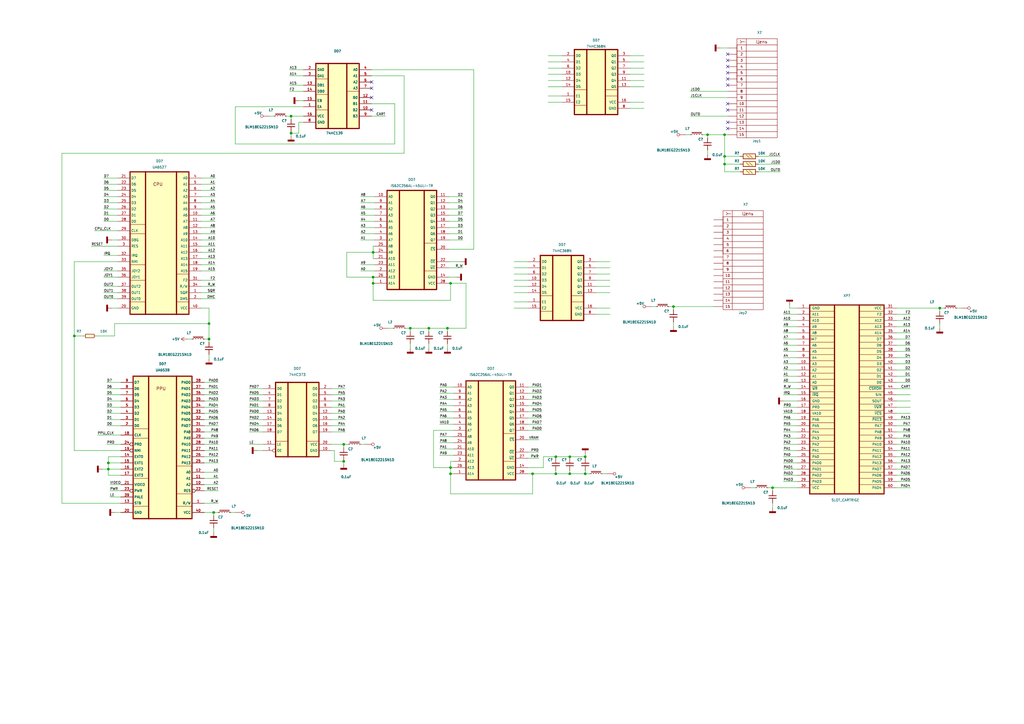
<source format=kicad_sch>
(kicad_sch (version 20211123) (generator eeschema)
  (paper "A3")
  (junction (at 44.45 189.865))
  (junction (at 44.45 192.405))
  (junction (at 119.38 54.61))
  (junction (at 184.785 194.31))
  (junction (at 316.865 200.025))
  (junction (at 276.225 125.73))
  (junction (at 290.195 55.245))
  (junction (at 233.68 194.31))
  (junction (at 153.035 103.505))
  (junction (at 233.68 187.325))
  (junction (at 175.895 134.62))
  (junction (at 153.035 116.205))
  (junction (at 385.445 126.365))
  (junction (at 184.785 116.205))
  (junction (at 140.97 182.245))
  (junction (at 240.03 187.325))
  (junction (at 227.965 187.325))
  (junction (at 297.18 55.245))
  (junction (at 184.785 191.77))
  (junction (at 87.63 210.185))
  (junction (at 227.965 194.31))
  (junction (at 218.44 194.31))
  (junction (at 297.18 67.31))
  (junction (at 140.97 189.23))
  (junction (at 168.275 134.62))
  (junction (at 153.035 113.665))
  (junction (at 297.18 64.135))
  (junction (at 119.38 47.625))
  (junction (at 85.725 139.065))
  (junction (at 85.725 132.715))
  (junction (at 183.515 134.62))
  (junction (at 240.03 194.31))
  (junction (at 30.48 137.795))
  (no_connect (at 298.45 29.845))
  (no_connect (at 298.45 22.225))
  (no_connect (at 298.45 45.085))
  (no_connect (at 298.45 24.765))
  (no_connect (at 298.45 50.165))
  (no_connect (at 298.45 42.545))
  (no_connect (at 298.45 27.305))
  (no_connect (at 152.4 40.005))
  (no_connect (at 152.4 36.195))
  (no_connect (at 152.4 33.655))
  (no_connect (at 152.4 45.085))
  (no_connect (at 298.45 52.705))
  (no_connect (at 298.45 34.925))
  (no_connect (at 298.45 32.385))
  (wire (pts (xy 327.025 128.905) (xy 321.31 128.905)))
  (wire (pts (xy 43.815 169.545) (xy 49.53 169.545)))
  (wire (pts (xy 153.035 106.045) (xy 153.67 106.045)))
  (wire (pts (xy 288.29 55.245) (xy 290.195 55.245)))
  (wire (pts (xy 119.38 47.625) (xy 124.46 47.625)))
  (wire (pts (xy 385.445 132.715) (xy 385.445 134.62)))
  (wire (pts (xy 83.82 169.545) (xy 89.535 169.545)))
  (wire (pts (xy 222.885 191.77) (xy 222.885 187.325)))
  (wire (pts (xy 42.545 113.665) (xy 48.26 113.665)))
  (wire (pts (xy 184.785 202.565) (xy 184.785 194.31)))
  (wire (pts (xy 43.815 164.465) (xy 49.53 164.465)))
  (wire (pts (xy 224.79 39.37) (xy 230.505 39.37)))
  (wire (pts (xy 44.45 187.325) (xy 44.45 189.865)))
  (wire (pts (xy 147.955 83.185) (xy 153.67 83.185)))
  (wire (pts (xy 373.38 194.945) (xy 367.665 194.945)))
  (wire (pts (xy 218.44 194.31) (xy 227.965 194.31)))
  (wire (pts (xy 122.555 54.61) (xy 119.38 54.61)))
  (wire (pts (xy 220.98 187.96) (xy 216.535 187.96)))
  (wire (pts (xy 82.55 73.025) (xy 88.265 73.025)))
  (wire (pts (xy 135.89 182.245) (xy 140.97 182.245)))
  (wire (pts (xy 233.68 194.31) (xy 240.03 194.31)))
  (wire (pts (xy 30.48 137.795) (xy 34.29 137.795)))
  (wire (pts (xy 373.38 200.025) (xy 367.665 200.025)))
  (wire (pts (xy 224.79 25.4) (xy 230.505 25.4)))
  (wire (pts (xy 141.605 167.005) (xy 135.89 167.005)))
  (wire (pts (xy 153.035 123.19) (xy 184.785 123.19)))
  (wire (pts (xy 76.835 139.065) (xy 78.74 139.065)))
  (wire (pts (xy 82.55 111.125) (xy 88.265 111.125)))
  (wire (pts (xy 45.72 126.365) (xy 48.26 126.365)))
  (wire (pts (xy 83.82 179.705) (xy 89.535 179.705)))
  (wire (pts (xy 316.865 200.025) (xy 316.865 201.295)))
  (wire (pts (xy 184.785 189.23) (xy 186.055 189.23)))
  (wire (pts (xy 42.545 120.015) (xy 48.26 120.015)))
  (wire (pts (xy 321.31 172.085) (xy 327.025 172.085)))
  (wire (pts (xy 241.935 194.31) (xy 240.03 194.31)))
  (wire (pts (xy 244.475 114.935) (xy 250.19 114.935)))
  (wire (pts (xy 373.38 131.445) (xy 367.665 131.445)))
  (wire (pts (xy 224.79 35.56) (xy 230.505 35.56)))
  (wire (pts (xy 183.515 134.62) (xy 183.515 135.89)))
  (wire (pts (xy 189.865 83.185) (xy 184.15 83.185)))
  (wire (pts (xy 373.38 174.625) (xy 367.665 174.625)))
  (wire (pts (xy 244.475 109.855) (xy 250.19 109.855)))
  (wire (pts (xy 102.235 161.925) (xy 107.95 161.925)))
  (wire (pts (xy 191.135 134.62) (xy 191.135 116.205)))
  (wire (pts (xy 189.865 93.345) (xy 184.15 93.345)))
  (wire (pts (xy 321.31 179.705) (xy 327.025 179.705)))
  (wire (pts (xy 83.82 167.005) (xy 89.535 167.005)))
  (wire (pts (xy 141.605 161.925) (xy 135.89 161.925)))
  (wire (pts (xy 227.965 194.31) (xy 233.68 194.31)))
  (wire (pts (xy 45.085 198.755) (xy 49.53 198.755)))
  (wire (pts (xy 183.515 134.62) (xy 191.135 134.62)))
  (wire (pts (xy 297.18 64.135) (xy 297.18 55.245)))
  (wire (pts (xy 184.785 191.77) (xy 184.785 189.23)))
  (wire (pts (xy 43.815 174.625) (xy 49.53 174.625)))
  (wire (pts (xy 233.68 193.04) (xy 233.68 194.31)))
  (wire (pts (xy 42.545 88.265) (xy 48.26 88.265)))
  (wire (pts (xy 244.475 126.365) (xy 250.19 126.365)))
  (wire (pts (xy 373.38 169.545) (xy 367.665 169.545)))
  (wire (pts (xy 153.035 103.505) (xy 142.24 103.505)))
  (wire (pts (xy 297.18 64.135) (xy 303.53 64.135)))
  (wire (pts (xy 161.925 59.055) (xy 161.925 42.545)))
  (wire (pts (xy 42.545 117.475) (xy 48.26 117.475)))
  (wire (pts (xy 119.38 47.625) (xy 119.38 48.895)))
  (wire (pts (xy 373.38 136.525) (xy 367.665 136.525)))
  (wire (pts (xy 166.37 134.62) (xy 168.275 134.62)))
  (wire (pts (xy 102.235 159.385) (xy 107.95 159.385)))
  (wire (pts (xy 258.445 27.94) (xy 264.16 27.94)))
  (wire (pts (xy 283.21 47.625) (xy 298.45 47.625)))
  (wire (pts (xy 82.55 114.935) (xy 88.265 114.935)))
  (wire (pts (xy 321.31 177.165) (xy 327.025 177.165)))
  (wire (pts (xy 244.475 120.015) (xy 250.19 120.015)))
  (wire (pts (xy 96.52 59.055) (xy 161.925 59.055)))
  (wire (pts (xy 227.965 187.325) (xy 233.68 187.325)))
  (wire (pts (xy 210.82 114.935) (xy 216.535 114.935)))
  (wire (pts (xy 118.745 34.925) (xy 124.46 34.925)))
  (wire (pts (xy 321.31 161.925) (xy 327.025 161.925)))
  (wire (pts (xy 189.865 88.265) (xy 184.15 88.265)))
  (wire (pts (xy 43.815 156.845) (xy 49.53 156.845)))
  (wire (pts (xy 102.235 167.005) (xy 107.95 167.005)))
  (wire (pts (xy 184.785 202.565) (xy 218.44 202.565)))
  (wire (pts (xy 311.15 70.485) (xy 320.04 70.485)))
  (wire (pts (xy 43.815 167.005) (xy 49.53 167.005)))
  (wire (pts (xy 321.31 174.625) (xy 327.025 174.625)))
  (wire (pts (xy 142.24 113.665) (xy 153.035 113.665)))
  (wire (pts (xy 227.965 187.325) (xy 227.965 187.96)))
  (wire (pts (xy 180.34 179.07) (xy 186.055 179.07)))
  (wire (pts (xy 258.445 44.45) (xy 264.16 44.45)))
  (wire (pts (xy 44.45 189.865) (xy 49.53 189.865)))
  (wire (pts (xy 321.31 167.005) (xy 327.025 167.005)))
  (wire (pts (xy 327.025 144.145) (xy 321.31 144.145)))
  (wire (pts (xy 82.55 103.505) (xy 88.265 103.505)))
  (wire (pts (xy 189.865 95.885) (xy 184.15 95.885)))
  (wire (pts (xy 194.31 28.575) (xy 194.31 102.235)))
  (wire (pts (xy 118.745 28.575) (xy 124.46 28.575)))
  (wire (pts (xy 153.035 116.205) (xy 153.035 123.19)))
  (wire (pts (xy 373.38 187.325) (xy 367.665 187.325)))
  (wire (pts (xy 165.735 31.115) (xy 152.4 31.115)))
  (wire (pts (xy 43.815 172.085) (xy 49.53 172.085)))
  (wire (pts (xy 44.45 192.405) (xy 49.53 192.405)))
  (wire (pts (xy 83.82 164.465) (xy 89.535 164.465)))
  (wire (pts (xy 327.025 154.305) (xy 321.31 154.305)))
  (wire (pts (xy 224.79 27.94) (xy 230.505 27.94)))
  (wire (pts (xy 119.38 54.61) (xy 119.38 55.88)))
  (wire (pts (xy 177.8 191.77) (xy 184.785 191.77)))
  (wire (pts (xy 276.225 125.73) (xy 292.735 125.73)))
  (wire (pts (xy 244.475 107.315) (xy 250.19 107.315)))
  (wire (pts (xy 258.445 22.86) (xy 264.16 22.86)))
  (wire (pts (xy 216.535 173.99) (xy 222.25 173.99)))
  (wire (pts (xy 122.555 50.165) (xy 122.555 54.61)))
  (wire (pts (xy 82.55 126.365) (xy 85.725 126.365)))
  (wire (pts (xy 321.31 159.385) (xy 327.025 159.385)))
  (wire (pts (xy 168.275 134.62) (xy 168.275 135.89)))
  (wire (pts (xy 96.52 43.815) (xy 96.52 59.055)))
  (wire (pts (xy 281.305 55.245) (xy 283.21 55.245)))
  (wire (pts (xy 45.085 203.835) (xy 49.53 203.835)))
  (wire (pts (xy 373.38 172.085) (xy 367.665 172.085)))
  (wire (pts (xy 83.82 139.065) (xy 85.725 139.065)))
  (wire (pts (xy 147.955 93.345) (xy 153.67 93.345)))
  (wire (pts (xy 327.025 139.065) (xy 321.31 139.065)))
  (wire (pts (xy 82.55 75.565) (xy 88.265 75.565)))
  (wire (pts (xy 45.085 201.295) (xy 49.53 201.295)))
  (wire (pts (xy 224.79 30.48) (xy 230.505 30.48)))
  (wire (pts (xy 25.4 206.375) (xy 25.4 62.865)))
  (wire (pts (xy 216.535 191.77) (xy 222.885 191.77)))
  (wire (pts (xy 82.55 85.725) (xy 88.265 85.725)))
  (wire (pts (xy 83.82 172.085) (xy 89.535 172.085)))
  (wire (pts (xy 149.86 182.245) (xy 147.955 182.245)))
  (wire (pts (xy 240.03 187.96) (xy 240.03 187.325)))
  (wire (pts (xy 82.55 108.585) (xy 88.265 108.585)))
  (wire (pts (xy 49.53 184.785) (xy 30.48 184.785)))
  (wire (pts (xy 83.82 159.385) (xy 89.535 159.385)))
  (wire (pts (xy 180.34 184.15) (xy 186.055 184.15)))
  (wire (pts (xy 83.82 187.325) (xy 89.535 187.325)))
  (wire (pts (xy 233.68 187.325) (xy 233.68 187.96)))
  (wire (pts (xy 110.49 47.625) (xy 112.395 47.625)))
  (wire (pts (xy 290.195 55.245) (xy 290.195 56.515)))
  (wire (pts (xy 373.38 189.865) (xy 367.665 189.865)))
  (wire (pts (xy 41.91 192.405) (xy 44.45 192.405)))
  (wire (pts (xy 186.055 176.53) (xy 177.8 176.53)))
  (wire (pts (xy 96.52 210.185) (xy 94.615 210.185)))
  (wire (pts (xy 147.955 80.645) (xy 153.67 80.645)))
  (wire (pts (xy 85.725 132.715) (xy 85.725 139.065)))
  (wire (pts (xy 87.63 216.535) (xy 87.63 218.44)))
  (wire (pts (xy 327.025 146.685) (xy 321.31 146.685)))
  (wire (pts (xy 216.535 171.45) (xy 222.25 171.45)))
  (wire (pts (xy 42.545 122.555) (xy 48.26 122.555)))
  (wire (pts (xy 367.665 126.365) (xy 385.445 126.365)))
  (wire (pts (xy 316.865 206.375) (xy 316.865 208.28)))
  (wire (pts (xy 49.53 206.375) (xy 25.4 206.375)))
  (wire (pts (xy 373.38 149.225) (xy 367.665 149.225)))
  (wire (pts (xy 210.82 117.475) (xy 216.535 117.475)))
  (wire (pts (xy 141.605 159.385) (xy 135.89 159.385)))
  (wire (pts (xy 189.865 85.725) (xy 184.15 85.725)))
  (wire (pts (xy 42.545 90.805) (xy 48.26 90.805)))
  (wire (pts (xy 85.725 139.065) (xy 85.725 140.335)))
  (wire (pts (xy 135.89 184.785) (xy 137.16 184.785)))
  (wire (pts (xy 25.4 62.865) (xy 165.735 62.865)))
  (wire (pts (xy 83.82 201.295) (xy 89.535 201.295)))
  (wire (pts (xy 283.21 37.465) (xy 298.45 37.465)))
  (wire (pts (xy 295.275 19.685) (xy 298.45 19.685)))
  (wire (pts (xy 30.48 107.315) (xy 48.26 107.315)))
  (wire (pts (xy 373.38 146.685) (xy 367.665 146.685)))
  (wire (pts (xy 42.545 104.775) (xy 48.26 104.775)))
  (wire (pts (xy 159.385 134.62) (xy 161.29 134.62)))
  (wire (pts (xy 43.815 182.245) (xy 49.53 182.245)))
  (wire (pts (xy 180.34 173.99) (xy 186.055 173.99)))
  (wire (pts (xy 244.475 128.905) (xy 250.19 128.905)))
  (wire (pts (xy 183.515 140.97) (xy 183.515 142.875)))
  (wire (pts (xy 119.38 53.975) (xy 119.38 54.61)))
  (wire (pts (xy 140.97 189.23) (xy 140.97 190.5)))
  (wire (pts (xy 46.99 137.795) (xy 46.99 132.715)))
  (wire (pts (xy 82.55 95.885) (xy 88.265 95.885)))
  (wire (pts (xy 224.79 33.02) (xy 230.505 33.02)))
  (wire (pts (xy 373.38 128.905) (xy 367.665 128.905)))
  (wire (pts (xy 147.955 90.805) (xy 153.67 90.805)))
  (wire (pts (xy 216.535 176.53) (xy 222.25 176.53)))
  (wire (pts (xy 153.035 103.505) (xy 153.035 106.045)))
  (wire (pts (xy 83.82 174.625) (xy 89.535 174.625)))
  (wire (pts (xy 327.025 133.985) (xy 321.31 133.985)))
  (wire (pts (xy 122.555 41.275) (xy 124.46 41.275)))
  (wire (pts (xy 83.82 184.785) (xy 89.535 184.785)))
  (wire (pts (xy 118.745 37.465) (xy 124.46 37.465)))
  (wire (pts (xy 216.535 158.75) (xy 222.25 158.75)))
  (wire (pts (xy 184.785 191.77) (xy 186.055 191.77)))
  (wire (pts (xy 42.545 78.105) (xy 48.26 78.105)))
  (wire (pts (xy 142.24 103.505) (xy 142.24 113.665)))
  (wire (pts (xy 38.735 94.615) (xy 48.26 94.615)))
  (wire (pts (xy 216.535 168.91) (xy 222.25 168.91)))
  (wire (pts (xy 210.82 123.825) (xy 216.535 123.825)))
  (wire (pts (xy 373.38 159.385) (xy 367.665 159.385)))
  (wire (pts (xy 42.545 80.645) (xy 48.26 80.645)))
  (wire (pts (xy 189.865 90.805) (xy 184.15 90.805)))
  (wire (pts (xy 210.82 112.395) (xy 216.535 112.395)))
  (wire (pts (xy 153.035 113.665) (xy 153.035 116.205)))
  (wire (pts (xy 85.725 145.415) (xy 85.725 147.32)))
  (wire (pts (xy 218.44 202.565) (xy 218.44 194.31)))
  (wire (pts (xy 373.38 151.765) (xy 367.665 151.765)))
  (wire (pts (xy 175.895 134.62) (xy 175.895 135.89)))
  (wire (pts (xy 141.605 164.465) (xy 135.89 164.465)))
  (wire (pts (xy 290.195 61.595) (xy 290.195 63.5)))
  (wire (pts (xy 83.82 193.675) (xy 89.535 193.675)))
  (wire (pts (xy 267.335 125.73) (xy 269.24 125.73)))
  (wire (pts (xy 87.63 210.185) (xy 87.63 211.455)))
  (wire (pts (xy 82.55 90.805) (xy 88.265 90.805)))
  (wire (pts (xy 311.15 67.31) (xy 320.04 67.31)))
  (wire (pts (xy 373.38 164.465) (xy 367.665 164.465)))
  (wire (pts (xy 373.38 197.485) (xy 367.665 197.485)))
  (wire (pts (xy 82.55 83.185) (xy 88.265 83.185)))
  (wire (pts (xy 373.38 133.985) (xy 367.665 133.985)))
  (wire (pts (xy 184.15 102.235) (xy 194.31 102.235)))
  (wire (pts (xy 44.45 189.865) (xy 44.45 192.405)))
  (wire (pts (xy 168.275 140.97) (xy 168.275 142.875)))
  (wire (pts (xy 373.38 144.145) (xy 367.665 144.145)))
  (wire (pts (xy 385.445 126.365) (xy 385.445 127.635)))
  (wire (pts (xy 49.53 187.325) (xy 44.45 187.325)))
  (wire (pts (xy 387.35 126.365) (xy 385.445 126.365)))
  (wire (pts (xy 321.31 192.405) (xy 327.025 192.405)))
  (wire (pts (xy 37.465 100.965) (xy 48.26 100.965)))
  (wire (pts (xy 327.025 126.365) (xy 323.85 126.365)))
  (wire (pts (xy 117.475 47.625) (xy 119.38 47.625)))
  (wire (pts (xy 83.82 161.925) (xy 89.535 161.925)))
  (wire (pts (xy 258.445 41.91) (xy 264.16 41.91)))
  (wire (pts (xy 274.32 125.73) (xy 276.225 125.73)))
  (wire (pts (xy 216.535 161.29) (xy 222.25 161.29)))
  (wire (pts (xy 83.82 206.375) (xy 89.535 206.375)))
  (wire (pts (xy 184.785 123.19) (xy 184.785 116.205)))
  (wire (pts (xy 210.82 120.015) (xy 216.535 120.015)))
  (wire (pts (xy 175.895 134.62) (xy 183.515 134.62)))
  (wire (pts (xy 224.79 41.91) (xy 230.505 41.91)))
  (wire (pts (xy 307.975 200.025) (xy 309.88 200.025)))
  (wire (pts (xy 258.445 33.02) (xy 264.16 33.02)))
  (wire (pts (xy 102.235 182.245) (xy 107.95 182.245)))
  (wire (pts (xy 175.895 140.97) (xy 175.895 142.875)))
  (wire (pts (xy 147.955 108.585) (xy 153.67 108.585)))
  (wire (pts (xy 240.03 194.31) (xy 240.03 193.04)))
  (wire (pts (xy 118.745 31.115) (xy 124.46 31.115)))
  (wire (pts (xy 165.735 62.865) (xy 165.735 31.115)))
  (wire (pts (xy 233.68 187.325) (xy 240.03 187.325)))
  (wire (pts (xy 373.38 179.705) (xy 367.665 179.705)))
  (wire (pts (xy 153.035 113.665) (xy 153.67 113.665)))
  (wire (pts (xy 184.785 194.31) (xy 186.055 194.31)))
  (wire (pts (xy 258.445 35.56) (xy 264.16 35.56)))
  (wire (pts (xy 124.46 43.815) (xy 96.52 43.815)))
  (wire (pts (xy 373.38 156.845) (xy 367.665 156.845)))
  (wire (pts (xy 180.34 166.37) (xy 186.055 166.37)))
  (wire (pts (xy 147.955 95.885) (xy 153.67 95.885)))
  (wire (pts (xy 180.34 186.69) (xy 186.055 186.69)))
  (wire (pts (xy 227.965 193.04) (xy 227.965 194.31)))
  (wire (pts (xy 316.865 200.025) (xy 327.025 200.025)))
  (wire (pts (xy 373.38 184.785) (xy 367.665 184.785)))
  (wire (pts (xy 39.37 137.795) (xy 46.99 137.795)))
  (wire (pts (xy 42.545 111.125) (xy 48.26 111.125)))
  (wire (pts (xy 102.235 177.165) (xy 107.95 177.165)))
  (wire (pts (xy 30.48 184.785) (xy 30.48 137.795)))
  (wire (pts (xy 321.31 189.865) (xy 327.025 189.865)))
  (wire (pts (xy 46.99 132.715) (xy 85.725 132.715)))
  (wire (pts (xy 184.15 109.855) (xy 189.865 109.855)))
  (wire (pts (xy 168.275 134.62) (xy 175.895 134.62)))
  (wire (pts (xy 327.025 141.605) (xy 321.31 141.605)))
  (wire (pts (xy 102.235 172.085) (xy 107.95 172.085)))
  (wire (pts (xy 373.38 182.245) (xy 367.665 182.245)))
  (wire (pts (xy 40.005 178.435) (xy 49.53 178.435)))
  (wire (pts (xy 161.925 42.545) (xy 152.4 42.545)))
  (wire (pts (xy 43.815 159.385) (xy 49.53 159.385)))
  (wire (pts (xy 321.31 182.245) (xy 327.025 182.245)))
  (wire (pts (xy 311.15 64.135) (xy 320.04 64.135)))
  (wire (pts (xy 152.4 47.625) (xy 158.115 47.625)))
  (wire (pts (xy 327.025 136.525) (xy 321.31 136.525)))
  (wire (pts (xy 137.16 189.23) (xy 140.97 189.23)))
  (wire (pts (xy 153.035 100.965) (xy 153.035 103.505)))
  (wire (pts (xy 303.53 70.485) (xy 297.18 70.485)))
  (wire (pts (xy 140.97 182.245) (xy 140.97 183.515)))
  (wire (pts (xy 258.445 30.48) (xy 264.16 30.48)))
  (wire (pts (xy 297.18 70.485) (xy 297.18 67.31)))
  (wire (pts (xy 42.545 75.565) (xy 48.26 75.565)))
  (wire (pts (xy 82.55 78.105) (xy 88.265 78.105)))
  (wire (pts (xy 180.34 168.91) (xy 186.055 168.91)))
  (wire (pts (xy 141.605 174.625) (xy 135.89 174.625)))
  (wire (pts (xy 327.025 131.445) (xy 321.31 131.445)))
  (wire (pts (xy 30.48 137.795) (xy 30.48 107.315)))
  (wire (pts (xy 258.445 25.4) (xy 264.16 25.4)))
  (wire (pts (xy 184.15 113.665) (xy 187.325 113.665)))
  (wire (pts (xy 105.41 184.785) (xy 107.95 184.785)))
  (wire (pts (xy 153.035 100.965) (xy 153.67 100.965)))
  (wire (pts (xy 276.225 125.73) (xy 276.225 127)))
  (wire (pts (xy 83.82 196.215) (xy 89.535 196.215)))
  (wire (pts (xy 83.82 189.865) (xy 89.535 189.865)))
  (wire (pts (xy 321.31 194.945) (xy 327.025 194.945)))
  (wire (pts (xy 321.31 156.845) (xy 327.025 156.845)))
  (wire (pts (xy 210.82 107.315) (xy 216.535 107.315)))
  (wire (pts (xy 82.55 120.015) (xy 88.265 120.015)))
  (wire (pts (xy 323.85 126.365) (xy 323.85 125.095)))
  (wire (pts (xy 177.8 176.53) (xy 177.8 191.77)))
  (wire (pts (xy 89.535 210.185) (xy 87.63 210.185)))
  (wire (pts (xy 224.79 22.86) (xy 230.505 22.86)))
  (wire (pts (xy 44.45 192.405) (xy 44.45 194.945)))
  (wire (pts (xy 321.31 187.325) (xy 327.025 187.325)))
  (wire (pts (xy 82.55 98.425) (xy 88.265 98.425)))
  (wire (pts (xy 184.15 107.315) (xy 189.23 107.315)))
  (wire (pts (xy 244.475 117.475) (xy 250.19 117.475)))
  (wire (pts (xy 82.55 88.265) (xy 88.265 88.265)))
  (wire (pts (xy 153.035 103.505) (xy 153.67 103.505)))
  (wire (pts (xy 297.18 67.31) (xy 297.18 64.135)))
  (wire (pts (xy 180.34 181.61) (xy 186.055 181.61)))
  (wire (pts (xy 141.605 172.085) (xy 135.89 172.085)))
  (wire (pts (xy 83.82 156.845) (xy 89.535 156.845)))
  (wire (pts (xy 184.15 116.205) (xy 184.785 116.205)))
  (wire (pts (xy 141.605 177.165) (xy 135.89 177.165)))
  (wire (pts (xy 45.72 98.425) (xy 48.26 98.425)))
  (wire (pts (xy 314.96 200.025) (xy 316.865 200.025)))
  (wire (pts (xy 122.555 50.165) (xy 124.46 50.165)))
  (wire (pts (xy 43.815 161.925) (xy 49.53 161.925)))
  (wire (pts (xy 297.18 55.245) (xy 298.45 55.245)))
  (wire (pts (xy 82.55 117.475) (xy 88.265 117.475)))
  (wire (pts (xy 373.38 167.005) (xy 367.665 167.005)))
  (wire (pts (xy 83.82 177.165) (xy 89.535 177.165)))
  (wire (pts (xy 184.785 194.31) (xy 184.785 191.77)))
  (wire (pts (xy 147.955 111.125) (xy 153.67 111.125)))
  (wire (pts (xy 210.82 109.855) (xy 216.535 109.855)))
  (wire (pts (xy 102.235 174.625) (xy 107.95 174.625)))
  (wire (pts (xy 180.34 163.83) (xy 186.055 163.83)))
  (wire (pts (xy 42.545 83.185) (xy 48.26 83.185)))
  (wire (pts (xy 180.34 171.45) (xy 186.055 171.45)))
  (wire (pts (xy 283.21 40.005) (xy 298.45 40.005)))
  (wire (pts (xy 394.335 126.365) (xy 392.43 126.365)))
  (wire (pts (xy 42.545 85.725) (xy 48.26 85.725)))
  (wire (pts (xy 102.235 169.545) (xy 107.95 169.545)))
  (wire (pts (xy 102.235 164.465) (xy 107.95 164.465)))
  (wire (pts (xy 321.31 169.545) (xy 327.025 169.545)))
  (wire (pts (xy 82.55 93.345) (xy 88.265 93.345)))
  (wire (pts (xy 373.38 139.065) (xy 367.665 139.065)))
  (wire (pts (xy 321.31 184.785) (xy 327.025 184.785)))
  (wire (pts (xy 222.885 187.325) (xy 227.965 187.325)))
  (wire (pts (xy 140.97 188.595) (xy 140.97 189.23)))
  (wire (pts (xy 373.38 192.405) (xy 367.665 192.405)))
  (wire (pts (xy 297.18 67.31) (xy 303.53 67.31)))
  (wire (pts (xy 240.03 187.325) (xy 240.03 186.055)))
  (wire (pts (xy 248.92 194.31) (xy 247.015 194.31)))
  (wire (pts (xy 191.135 116.205) (xy 184.785 116.205)))
  (wire (pts (xy 290.195 55.245) (xy 297.18 55.245)))
  (wire (pts (xy 321.31 197.485) (xy 327.025 197.485)))
  (wire (pts (xy 147.955 98.425) (xy 153.67 98.425)))
  (wire (pts (xy 153.035 116.205) (xy 153.67 116.205)))
  (wire (pts (xy 42.545 73.025) (xy 48.26 73.025)))
  (wire (pts (xy 46.99 210.185) (xy 49.53 210.185)))
  (wire (pts (xy 137.16 184.785) (xy 137.16 189.23)))
  (wire (pts (xy 44.45 194.945) (xy 49.53 194.945)))
  (wire (pts (xy 142.875 182.245) (xy 140.97 182.245)))
  (wire (pts (xy 220.98 180.34) (xy 216.535 180.34)))
  (wire (pts (xy 180.34 158.75) (xy 186.055 158.75)))
  (wire (pts (xy 373.38 177.165) (xy 367.665 177.165)))
  (wire (pts (xy 189.865 80.645) (xy 184.15 80.645)))
  (wire (pts (xy 373.38 141.605) (xy 367.665 141.605)))
  (wire (pts (xy 152.4 28.575) (xy 194.31 28.575)))
  (wire (pts (xy 82.55 106.045) (xy 88.265 106.045)))
  (wire (pts (xy 82.55 100.965) (xy 88.265 100.965)))
  (wire (pts (xy 147.955 88.265) (xy 153.67 88.265)))
  (wire (pts (xy 83.82 182.245) (xy 89.535 182.245)))
  (wire (pts (xy 184.15 98.425) (xy 189.865 98.425)))
  (wire (pts (xy 147.955 85.725) (xy 153.67 85.725)))
  (wire (pts (xy 321.31 164.465) (xy 327.025 164.465)))
  (wire (pts (xy 83.82 210.185) (xy 87.63 210.185)))
  (wire (pts (xy 210.82 126.365) (xy 216.535 126.365)))
  (wire (pts (xy 276.225 132.08) (xy 276.225 133.985)))
  (wire (pts (xy 327.025 149.225) (xy 321.31 149.225)))
  (wire (pts (xy 180.34 161.29) (xy 186.055 161.29)))
  (wire (pts (xy 216.535 194.31) (xy 218.44 194.31)))
  (wire (pts (xy 373.38 161.925) (xy 367.665 161.925)))
  (wire (pts (xy 82.55 80.645) (xy 88.265 80.645)))
  (wire (pts (xy 82.55 122.555) (xy 88.265 122.555)))
  (wire (pts (xy 220.98 185.42) (xy 216.535 185.42)))
  (wire (pts (xy 327.025 151.765) (xy 321.31 151.765)))
  (wire (pts (xy 244.475 112.395) (xy 250.19 112.395)))
  (wire (pts (xy 85.725 126.365) (xy 85.725 132.715)))
  (wire (pts (xy 216.535 163.83) (xy 222.25 163.83)))
  (wire (pts (xy 216.535 166.37) (xy 222.25 166.37)))
  (wire (pts (xy 141.605 169.545) (xy 135.89 169.545)))
  (wire (pts (xy 373.38 154.305) (xy 367.665 154.305)))
  (wire (pts (xy 83.82 198.755) (xy 89.535 198.755)))
  (label "VRAM" (at 220.98 180.34 180) (effects (font (size 1 1))))
  (label "PAD3" (at 321.31 197.485 0) (effects (font (size 1 1))))
  (label "PA11" (at 89.535 184.785 180) (effects (font (size 1 1))))
  (label "PAD3" (at 222.25 163.83 180) (effects (font (size 1 1))))
  (label "PA6" (at 180.34 171.45 0) (effects (font (size 1 1))))
  (label "CART" (at 373.38 159.385 180) (effects (font (size 1 1))))
  (label "J1D0" (at 283.21 37.465 0) (effects (font (size 1 1))))
  (label "A4" (at 147.955 90.805 0) (effects (font (size 1 1))))
  (label "A2" (at 321.31 151.765 0) (effects (font (size 1 1))))
  (label "A1" (at 147.955 98.425 0) (effects (font (size 1 1))))
  (label "D3" (at 42.545 83.185 0) (effects (font (size 1 1))))
  (label "A3" (at 88.265 80.645 180) (effects (font (size 1 1))))
  (label "IRQ" (at 321.31 161.925 0) (effects (font (size 1 1))))
  (label "PAD1" (at 89.535 159.385 180) (effects (font (size 1 1))))
  (label "PAD3" (at 102.235 164.465 0) (effects (font (size 1 1))))
  (label "A3" (at 321.31 149.225 0) (effects (font (size 1 1))))
  (label "PAD5" (at 373.38 197.485 180) (effects (font (size 1 1))))
  (label "A0" (at 321.31 156.845 0) (effects (font (size 1 1))))
  (label "D1" (at 373.38 154.305 180) (effects (font (size 1 1))))
  (label "D7" (at 373.38 139.065 180) (effects (font (size 1 1))))
  (label "A6" (at 147.955 85.725 0) (effects (font (size 1 1))))
  (label "CPU_CLK" (at 38.735 94.615 0) (effects (font (size 1 1))))
  (label "D4" (at 43.815 164.465 0) (effects (font (size 1 1))))
  (label "PA4" (at 141.605 174.625 180) (effects (font (size 1 1))))
  (label "A12" (at 373.38 131.445 180) (effects (font (size 1 1))))
  (label "A9" (at 321.31 133.985 0) (effects (font (size 1 1))))
  (label "PA5" (at 141.605 161.925 180) (effects (font (size 1 1))))
  (label "RESET" (at 37.465 100.965 0) (effects (font (size 1 1))))
  (label "PAD5" (at 102.235 161.925 0) (effects (font (size 1 1))))
  (label "PA4" (at 180.34 166.37 0) (effects (font (size 1 1))))
  (label "D1" (at 42.545 88.265 0) (effects (font (size 1 1))))
  (label "D6" (at 43.815 159.385 0) (effects (font (size 1 1))))
  (label "A0" (at 89.535 193.675 180) (effects (font (size 1 1))))
  (label "D3" (at 373.38 149.225 180) (effects (font (size 1 1))))
  (label "D1" (at 43.815 172.085 0) (effects (font (size 1 1))))
  (label "PAD5" (at 89.535 169.545 180) (effects (font (size 1 1))))
  (label "A8" (at 321.31 136.525 0) (effects (font (size 1 1))))
  (label "A8" (at 147.955 80.645 0) (effects (font (size 1 1))))
  (label "R_W" (at 321.31 159.385 0) (effects (font (size 1 1))))
  (label "A2" (at 89.535 198.755 180) (effects (font (size 1 1))))
  (label "LE" (at 102.235 182.245 0) (effects (font (size 1 1))))
  (label "A14" (at 118.745 31.115 0) (effects (font (size 1 1))))
  (label "PA9" (at 180.34 186.69 0) (effects (font (size 1 1))))
  (label "PA13" (at 89.535 189.865 180) (effects (font (size 1 1))))
  (label "PA3" (at 180.34 163.83 0) (effects (font (size 1 1))))
  (label "PAD4" (at 373.38 200.025 180) (effects (font (size 1 1))))
  (label "A2" (at 88.265 78.105 180) (effects (font (size 1 1))))
  (label "R_W" (at 189.865 109.855 180) (effects (font (size 1 1))))
  (label "PA2" (at 321.31 182.245 0) (effects (font (size 1 1))))
  (label "PA2" (at 141.605 172.085 180) (effects (font (size 1 1))))
  (label "PAD1" (at 321.31 192.405 0) (effects (font (size 1 1))))
  (label "PAD4" (at 222.25 166.37 180) (effects (font (size 1 1))))
  (label "PA7" (at 180.34 179.07 0) (effects (font (size 1 1))))
  (label "PAD0" (at 102.235 169.545 0) (effects (font (size 1 1))))
  (label "PAD4" (at 102.235 174.625 0) (effects (font (size 1 1))))
  (label "PAD2" (at 222.25 161.29 180) (effects (font (size 1 1))))
  (label "F2" (at 373.38 128.905 180) (effects (font (size 1 1))))
  (label "VA10" (at 180.34 173.99 0) (effects (font (size 1 1))))
  (label "PAD7" (at 102.235 159.385 0) (effects (font (size 1 1))))
  (label "D1" (at 189.865 95.885 180) (effects (font (size 1 1))))
  (label "PA6" (at 321.31 172.085 0) (effects (font (size 1 1))))
  (label "D4" (at 373.38 146.685 180) (effects (font (size 1 1))))
  (label "D7" (at 43.815 156.845 0) (effects (font (size 1 1))))
  (label "DMC" (at 88.265 122.555 180) (effects (font (size 1 1))))
  (label "A1" (at 321.31 154.305 0) (effects (font (size 1 1))))
  (label "D7" (at 42.545 73.025 0) (effects (font (size 1 1))))
  (label "A10" (at 321.31 131.445 0) (effects (font (size 1 1))))
  (label "D3" (at 43.815 167.005 0) (effects (font (size 1 1))))
  (label "PA13" (at 373.38 189.865 180) (effects (font (size 1 1))))
  (label "D0" (at 373.38 156.845 180) (effects (font (size 1 1))))
  (label "LE" (at 45.085 203.835 0) (effects (font (size 1 1))))
  (label "JOY1" (at 42.545 113.665 0) (effects (font (size 1 1))))
  (label "PA12" (at 89.535 187.325 180) (effects (font (size 1 1))))
  (label "PA3" (at 141.605 164.465 180) (effects (font (size 1 1))))
  (label "PAD6" (at 89.535 172.085 180) (effects (font (size 1 1))))
  (label "J1D0" (at 320.04 67.31 180) (effects (font (size 1 1))))
  (label "A3" (at 147.955 93.345 0) (effects (font (size 1 1))))
  (label "PRD" (at 321.31 167.005 0) (effects (font (size 1 1))))
  (label "A11" (at 321.31 128.905 0) (effects (font (size 1 1))))
  (label "D5" (at 42.545 78.105 0) (effects (font (size 1 1))))
  (label "OUT1" (at 42.545 120.015 0) (effects (font (size 1 1))))
  (label "PAD6" (at 373.38 194.945 180) (effects (font (size 1 1))))
  (label "A5" (at 321.31 144.145 0) (effects (font (size 1 1))))
  (label "PAD6" (at 222.25 171.45 180) (effects (font (size 1 1))))
  (label "A9" (at 147.955 108.585 0) (effects (font (size 1 1))))
  (label "PAD1" (at 102.235 167.005 0) (effects (font (size 1 1))))
  (label "PA9" (at 373.38 179.705 180) (effects (font (size 1 1))))
  (label "D4" (at 42.545 80.645 0) (effects (font (size 1 1))))
  (label "OUT0" (at 42.545 122.555 0) (effects (font (size 1 1))))
  (label "A7" (at 147.955 83.185 0) (effects (font (size 1 1))))
  (label "A1" (at 89.535 196.215 180) (effects (font (size 1 1))))
  (label "PAD3" (at 89.535 164.465 180) (effects (font (size 1 1))))
  (label "OUT0" (at 320.04 70.485 180) (effects (font (size 1 1))))
  (label "PWR" (at 220.98 187.96 180) (effects (font (size 1 1))))
  (label "A1" (at 88.265 75.565 180) (effects (font (size 1 1))))
  (label "A13" (at 88.265 106.045 180) (effects (font (size 1 1))))
  (label "A4" (at 321.31 146.685 0) (effects (font (size 1 1))))
  (label "F2" (at 118.745 37.465 0) (effects (font (size 1 1))))
  (label "PA3" (at 321.31 179.705 0) (effects (font (size 1 1))))
  (label "A11" (at 88.265 100.965 180) (effects (font (size 1 1))))
  (label "A6" (at 321.31 141.605 0) (effects (font (size 1 1))))
  (label "D0" (at 189.865 98.425 180) (effects (font (size 1 1))))
  (label "PAD7" (at 373.38 192.405 180) (effects (font (size 1 1))))
  (label "D2" (at 42.545 85.725 0) (effects (font (size 1 1))))
  (label "PPU_CLK" (at 40.005 178.435 0) (effects (font (size 1 1))))
  (label "PAD1" (at 222.25 158.75 180) (effects (font (size 1 1))))
  (label "D3" (at 189.865 93.345 180) (effects (font (size 1 1))))
  (label "PAD6" (at 102.235 177.165 0) (effects (font (size 1 1))))
  (label "IRQ" (at 42.545 104.775 0) (effects (font (size 1 1))))
  (label "PA9" (at 89.535 179.705 180) (effects (font (size 1 1))))
  (label "J1CLK" (at 283.21 40.005 0) (effects (font (size 1 1))))
  (label "D7" (at 189.865 88.265 180) (effects (font (size 1 1))))
  (label "PAD7" (at 89.535 174.625 180) (effects (font (size 1 1))))
  (label "VA10" (at 321.31 169.545 0) (effects (font (size 1 1))))
  (label "A13" (at 118.745 28.575 0) (effects (font (size 1 1))))
  (label "VIDEO" (at 45.085 198.755 0) (effects (font (size 1 1))))
  (label "PA1" (at 141.605 167.005 180) (effects (font (size 1 1))))
  (label "PA10" (at 373.38 182.245 180) (effects (font (size 1 1))))
  (label "A9" (at 88.265 95.885 180) (effects (font (size 1 1))))
  (label "PA8" (at 180.34 181.61 0) (effects (font (size 1 1))))
  (label "RESET" (at 89.535 201.295 180) (effects (font (size 1 1))))
  (label "A2" (at 147.955 95.885 0) (effects (font (size 1 1))))
  (label "D0" (at 42.545 90.805 0) (effects (font (size 1 1))))
  (label "PAD7" (at 222.25 173.99 180) (effects (font (size 1 1))))
  (label "A14" (at 88.265 108.585 180) (effects (font (size 1 1))))
  (label "PA6" (at 141.605 177.165 180) (effects (font (size 1 1))))
  (label "PA10" (at 89.535 182.245 180) (effects (font (size 1 1))))
  (label "J1CLK" (at 320.04 64.135 180) (effects (font (size 1 1))))
  (label "R_W" (at 89.535 206.375 180) (effects (font (size 1 1))))
  (label "SQR" (at 88.265 120.015 180) (effects (font (size 1 1))))
  (label "PAD0" (at 321.31 189.865 0) (effects (font (size 1 1))))
  (label "PA0" (at 180.34 158.75 0) (effects (font (size 1 1))))
  (label "PAD5" (at 222.25 168.91 180) (effects (font (size 1 1))))
  (label "A13" (at 373.38 133.985 180) (effects (font (size 1 1))))
  (label "PA12" (at 373.38 187.325 180) (effects (font (size 1 1))))
  (label "PAD4" (at 89.535 167.005 180) (effects (font (size 1 1))))
  (label "PA5" (at 321.31 174.625 0) (effects (font (size 1 1))))
  (label "JOY2" (at 42.545 111.125 0) (effects (font (size 1 1))))
  (label "D2" (at 189.865 80.645 180) (effects (font (size 1 1))))
  (label "R_W" (at 88.265 117.475 180) (effects (font (size 1 1))))
  (label "D5" (at 43.815 161.925 0) (effects (font (size 1 1))))
  (label "A10" (at 88.265 98.425 180) (effects (font (size 1 1))))
  (label "PA8" (at 89.535 177.165 180) (effects (font (size 1 1))))
  (label "D6" (at 189.865 85.725 180) (effects (font (size 1 1))))
  (label "PA2" (at 180.34 161.29 0) (effects (font (size 1 1))))
  (label "PA13" (at 373.38 172.085 180) (effects (font (size 1 1))))
  (label "PA7" (at 373.38 174.625 180) (effects (font (size 1 1))))
  (label "A5" (at 147.955 88.265 0) (effects (font (size 1 1))))
  (label "PA1" (at 180.34 184.15 0) (effects (font (size 1 1))))
  (label "PAD0" (at 89.535 156.845 180) (effects (font (size 1 1))))
  (label "PA4" (at 321.31 177.165 0) (effects (font (size 1 1))))
  (label "PRD" (at 220.98 185.42 180) (effects (font (size 1 1))))
  (label "D6" (at 42.545 75.565 0) (effects (font (size 1 1))))
  (label "A7" (at 88.265 90.805 180) (effects (font (size 1 1))))
  (label "PA0" (at 141.605 169.545 180) (effects (font (size 1 1))))
  (label "PAD2" (at 321.31 194.945 0) (effects (font (size 1 1))))
  (label "A15" (at 118.745 34.925 0) (effects (font (size 1 1))))
  (label "A7" (at 321.31 139.065 0) (effects (font (size 1 1))))
  (label "D5" (at 189.865 90.805 180) (effects (font (size 1 1))))
  (label "A5" (at 88.265 85.725 180) (effects (font (size 1 1))))
  (label "F2" (at 88.265 114.935 180) (effects (font (size 1 1))))
  (label "PA11" (at 373.38 184.785 180) (effects (font (size 1 1))))
  (label "D0" (at 43.815 174.625 0) (effects (font (size 1 1))))
  (label "D5" (at 373.38 144.145 180) (effects (font (size 1 1))))
  (label "A14" (at 373.38 136.525 180) (effects (font (size 1 1))))
  (label "A0" (at 147.955 111.125 0) (effects (font (size 1 1))))
  (label "PAD2" (at 89.535 161.925 180) (effects (font (size 1 1))))
  (label "PA1" (at 321.31 184.785 0) (effects (font (size 1 1))))
  (label "A8" (at 88.265 93.345 180) (effects (font (size 1 1))))
  (label "PWR" (at 45.085 201.295 0) (effects (font (size 1 1))))
  (label "D2" (at 43.815 169.545 0) (effects (font (size 1 1))))
  (label "D6" (at 373.38 141.605 180) (effects (font (size 1 1))))
  (label "PAD0" (at 222.25 176.53 180) (effects (font (size 1 1))))
  (label "A6" (at 88.265 88.265 180) (effects (font (size 1 1))))
  (label "PA7" (at 141.605 159.385 180) (effects (font (size 1 1))))
  (label "CART" (at 158.115 47.625 180) (effects (font (size 1 1))))
  (label "PA0" (at 321.31 187.325 0) (effects (font (size 1 1))))
  (label "OUT0" (at 283.21 47.625 0) (effects (font (size 1 1))))
  (label "A0" (at 88.265 73.025 180) (effects (font (size 1 1))))
  (label "OUT2" (at 42.545 117.475 0) (effects (font (size 1 1))))
  (label "D4" (at 189.865 83.185 180) (effects (font (size 1 1))))
  (label "A4" (at 88.265 83.185 180) (effects (font (size 1 1))))
  (label "PA8" (at 373.38 177.165 180) (effects (font (size 1 1))))
  (label "PAD2" (at 102.235 172.085 0) (effects (font (size 1 1))))
  (label "PRD" (at 43.815 182.245 0) (effects (font (size 1 1))))
  (label "D2" (at 373.38 151.765 180) (effects (font (size 1 1))))
  (label "A15" (at 88.265 111.125 180) (effects (font (size 1 1))))
  (label "A12" (at 88.265 103.505 180) (effects (font (size 1 1))))
  (label "PA5" (at 180.34 168.91 0) (effects (font (size 1 1))))
  (symbol (lib_id "power:GNDD") (at 105.41 184.785 270) (unit 1)
    (property "Reference" "#PWR?" (effects hide))
    (property "Value" "GNDD" (effects hide))
  )
  (symbol (lib_id "Device:C_Small") (at 290.195 59.055 0) (unit 1)
    (property "Reference" "C?" (at 286.385 57.15 0) (effects (font (size 1 1)) (justify left)))
    (property "Value" "0.1uF" (at 292.1 63.5 0) (effects (font (size 1 1)) (justify left)))
  )
  (symbol (lib_id "Power_gost:+5V") (at 149.86 182.245 270) (unit 1)
    (property "Reference" "#PWR?" (effects hide))
    (property "Value" "+5V" (at 153.035 183.515 90) (effects (font (size 1 1)) (justify left)))
  )
  (symbol (lib_id "Resistor_gost:R_125") (at 307.34 70.485 270) (unit 1)
    (property "Reference" "R?" (at 302.26 69.215 90) (effects (font (size 1 1))))
    (property "Value" "10K" (at 312.42 69.215 90) (effects (font (size 1 1))))
  )
  (symbol (lib_id "power:GNDD") (at 140.97 190.5 0) (mirror y) (unit 1)
    (property "Reference" "#PWR?" (effects hide))
    (property "Value" "GNDD" (effects hide))
  )
  (symbol (lib_id "Device:L_Iron_Small") (at 114.935 47.625 90) (unit 1)
    (property "Reference" "L?" (at 111.125 45.085 90) (effects (font (size 1 1))))
    (property "Value" "BLM18EG221SN1D" (at 107.315 52.07 90) (effects (font (size 1 1))))
  )
  (symbol (lib_id "power:GNDD") (at 85.725 147.32 0) (unit 1)
    (property "Reference" "#PWR?" (effects hide))
    (property "Value" "GNDD" (effects hide))
  )
  (symbol (lib_id "power:GNDD") (at 168.275 142.875 0) (unit 1)
    (property "Reference" "#PWR?" (effects hide))
    (property "Value" "GNDD" (effects hide))
  )
  (symbol (lib_id "74xx:74HC139N_gost") (at 137.16 41.275 0) (unit 1)
    (property "Reference" "DD?" (at 138.43 20.955 0) (effects (font (size 1 1))))
    (property "Value" "74HC139" (at 137.16 54.61 0) (effects (font (size 1 1))))
    (property "Datasheet" "https://www.ti.com/lit/ds/symlink/cd54hc373.pdf" (effects hide))
  )
  (symbol (lib_id "power:GNDD") (at 187.325 113.665 90) (unit 1)
    (property "Reference" "#PWR?" (effects hide))
    (property "Value" "GNDD" (effects hide))
  )
  (symbol (lib_id "Power_gost:+5V") (at 248.92 194.31 270) (unit 1)
    (property "Reference" "#PWR?" (effects hide))
    (property "Value" "+5V" (at 252.095 195.58 90) (effects (font (size 1 1)) (justify left)))
  )
  (symbol (lib_id "power:GNDD") (at 290.195 63.5 0) (unit 1)
    (property "Reference" "#PWR?" (effects hide))
    (property "Value" "GNDD" (effects hide))
  )
  (symbol (lib_id "Device:C_Small") (at 175.895 138.43 0) (unit 1)
    (property "Reference" "C?" (at 172.085 136.525 0) (effects (font (size 1 1)) (justify left)))
    (property "Value" "0.1uF" (at 177.8 142.875 0) (effects (font (size 1 1)) (justify left)))
  )
  (symbol (lib_id "power:GNDD") (at 175.895 142.875 0) (unit 1)
    (property "Reference" "#PWR?" (effects hide))
    (property "Value" "GNDD" (effects hide))
  )
  (symbol (lib_id "Device:L_Iron_Small") (at 81.28 139.065 90) (unit 1)
    (property "Reference" "L?" (at 77.47 136.525 90) (effects (font (size 1 1))))
    (property "Value" "BLM18EG221SN1D" (at 71.755 145.415 90) (effects (font (size 1 1))))
  )
  (symbol (lib_id "power:GNDD") (at 385.445 134.62 0) (mirror y) (unit 1)
    (property "Reference" "#PWR?" (effects hide))
    (property "Value" "GNDD" (effects hide))
  )
  (symbol (lib_id "power:GNDD") (at 189.23 107.315 90) (unit 1)
    (property "Reference" "#PWR?" (effects hide))
    (property "Value" "GNDD" (effects hide))
  )
  (symbol (lib_id "power:GNDD") (at 183.515 142.875 0) (unit 1)
    (property "Reference" "#PWR?" (effects hide))
    (property "Value" "GNDD" (effects hide))
  )
  (symbol (lib_id "power:+5V") (at 76.835 139.065 90) (unit 1)
    (property "Reference" "#PWR?" (effects hide))
    (property "Value" "+5V" (at 73.66 139.0649 90) (effects (font (size 1 1)) (justify left)))
  )
  (symbol (lib_id "Device:L_Iron_Small") (at 145.415 182.245 270) (mirror x) (unit 1)
    (property "Reference" "L?" (at 149.225 179.705 90) (effects (font (size 1 1))))
    (property "Value" "BLM18EG221SN1D" (at 154.94 188.595 90) (effects (font (size 1 1))))
  )
  (symbol (lib_id "Device:R_Small") (at 36.83 137.795 90) (unit 1)
    (property "Reference" "R?" (at 32.385 135.89 90) (effects (font (size 1 1))))
    (property "Value" "10K" (at 42.545 135.89 90) (effects (font (size 1 1))))
  )
  (symbol (lib_id "power:GNDD") (at 240.03 186.055 180) (unit 1)
    (property "Reference" "#PWR?" (effects hide))
    (property "Value" "GNDD" (effects hide))
  )
  (symbol (lib_id "power:GNDD") (at 46.99 210.185 270) (unit 1)
    (property "Reference" "#PWR?" (effects hide))
    (property "Value" "GNDD" (effects hide))
  )
  (symbol (lib_id "Power_gost:+5V") (at 110.49 47.625 90) (unit 1)
    (property "Reference" "#PWR?" (effects hide))
    (property "Value" "+5V" (at 107.315 46.355 90) (effects (font (size 1 1)) (justify left)))
  )
  (symbol (lib_id "Device:C_Small") (at 119.38 51.435 0) (unit 1)
    (property "Reference" "C?" (at 115.57 49.53 0) (effects (font (size 1 1)) (justify left)))
    (property "Value" "0.1uF" (at 121.285 55.88 0) (effects (font (size 1 1)) (justify left)))
  )
  (symbol (lib_id "Device:L_Iron_Small") (at 244.475 194.31 270) (mirror x) (unit 1)
    (property "Reference" "L?" (at 243.84 191.135 90) (effects (font (size 1 1))))
    (property "Value" "BLM18EG221SN1D" (at 253.365 198.12 90) (effects (font (size 1 1))))
  )
  (symbol (lib_id "Device:C_Small") (at 233.68 190.5 180) (unit 1)
    (property "Reference" "C?" (at 232.41 188.595 0) (effects (font (size 1 1)) (justify left)))
    (property "Value" "0.1uF" (at 238.125 198.12 0) (effects (font (size 1 1)) (justify left)))
  )
  (symbol (lib_id "Power_gost:+5V") (at 96.52 210.185 270) (unit 1)
    (property "Reference" "#PWR?" (effects hide))
    (property "Value" "+5V" (at 99.695 211.455 90) (effects (font (size 1 1)) (justify left)))
  )
  (symbol (lib_id "Device:C_Small") (at 87.63 213.995 0) (mirror y) (unit 1)
    (property "Reference" "C?" (at 91.44 212.09 0) (effects (font (size 1 1)) (justify left)))
    (property "Value" "0.1uF" (at 85.725 218.44 0) (effects (font (size 1 1)) (justify left)))
  )
  (symbol (lib_id "power:GNDD") (at 45.72 126.365 270) (unit 1)
    (property "Reference" "#PWR?" (effects hide))
    (property "Value" "GNDD" (effects hide))
  )
  (symbol (lib_id "Resistor_gost:R_125") (at 307.34 67.31 270) (unit 1)
    (property "Reference" "R?" (at 302.26 66.04 90) (effects (font (size 1 1))))
    (property "Value" "10K" (at 312.42 66.04 90) (effects (font (size 1 1))))
  )
  (symbol (lib_id "Device:L_Iron_Small") (at 285.75 55.245 90) (unit 1)
    (property "Reference" "L?" (at 281.94 52.705 90) (effects (font (size 1 1))))
    (property "Value" "BLM18EG221SN1D" (at 276.225 61.595 90) (effects (font (size 1 1))))
  )
  (symbol (lib_id "CPU:UA6527") (at 64.77 97.155 0) (unit 1)
    (property "Reference" "DD?" (at 65.405 66.04 0) (effects (font (size 1 1))))
    (property "Value" "UA6527" (at 65.405 68.58 0) (effects (font (size 1 1))))
  )
  (symbol (lib_id "power:GNDD") (at 295.275 19.685 270) (unit 1)
    (property "Reference" "#PWR?" (effects hide))
    (property "Value" "GNDD" (effects hide))
  )
  (symbol (lib_id "power:GNDD") (at 316.865 208.28 0) (unit 1)
    (property "Reference" "#PWR?" (effects hide))
    (property "Value" "GNDD" (effects hide))
  )
  (symbol (lib_id "Device:L_Iron_Small") (at 271.78 125.73 90) (unit 1)
    (property "Reference" "L?" (at 267.97 123.19 90) (effects (font (size 1 1))))
    (property "Value" "BLM18EG221SN1D" (at 262.255 132.08 90) (effects (font (size 1 1))))
  )
  (symbol (lib_id "Power_gost:+5V") (at 281.305 55.245 90) (unit 1)
    (property "Reference" "#PWR?" (effects hide))
    (property "Value" "+5V" (at 278.13 53.975 90) (effects (font (size 1 1)) (justify left)))
  )
  (symbol (lib_id "power:GNDD") (at 321.31 164.465 270) (unit 1)
    (property "Reference" "#PWR?" (effects hide))
    (property "Value" "GNDD" (effects hide))
  )
  (symbol (lib_id "Memory_RAM:IS62C256AL-45ULI-TR") (at 201.295 176.53 0) (unit 1)
    (property "Reference" "DD?" (at 201.295 151.13 0) (effects (font (size 1 1))))
    (property "Value" "IS62C256AL-45ULI-TR" (at 201.295 153.67 0) (effects (font (size 1 1))))
  )
  (symbol (lib_id "power:GNDD") (at 45.72 98.425 270) (unit 1)
    (property "Reference" "#PWR?" (effects hide))
    (property "Value" "GNDD" (effects hide))
  )
  (symbol (lib_id "Power_gost:+5V") (at 307.975 200.025 90) (unit 1)
    (property "Reference" "#PWR?" (effects hide))
    (property "Value" "+5V" (at 304.8 198.755 90) (effects (font (size 1 1)) (justify left)))
  )
  (symbol (lib_id "Connector_Generic:Conn_02x30_Top_Bottom_dendy") (at 344.805 164.465 0) (unit 1)
    (property "Reference" "XP?" (at 347.345 121.285 0) (effects (font (size 1 1))))
    (property "Value" "SLOT_CARTRIGE" (at 346.71 205.105 0) (effects (font (size 1 1))))
  )
  (symbol (lib_id "Power_gost:+5V") (at 394.335 126.365 270) (unit 1)
    (property "Reference" "#PWR?" (effects hide))
    (property "Value" "+5V" (at 397.51 127.635 90) (effects (font (size 1 1)) (justify left)))
  )
  (symbol (lib_id "Device:C_Small") (at 85.725 142.875 0) (unit 1)
    (property "Reference" "C?" (at 81.915 140.97 0) (effects (font (size 1 1)) (justify left)))
    (property "Value" "0.1uF" (at 87.63 147.32 0) (effects (font (size 1 1)) (justify left)))
  )
  (symbol (lib_id "Power_gost:+5V") (at 267.335 125.73 90) (unit 1)
    (property "Reference" "#PWR?" (effects hide))
    (property "Value" "+5V" (at 264.16 124.46 90) (effects (font (size 1 1)) (justify left)))
  )
  (symbol (lib_id "Device:C_Small") (at 385.445 130.175 0) (mirror y) (unit 1)
    (property "Reference" "C?" (at 389.255 128.27 0) (effects (font (size 1 1)) (justify left)))
    (property "Value" "0.1uF" (at 383.54 134.62 0) (effects (font (size 1 1)) (justify left)))
  )
  (symbol (lib_id "Device:C_Small") (at 168.275 138.43 0) (unit 1)
    (property "Reference" "C?" (at 164.465 136.525 0) (effects (font (size 1 1)) (justify left)))
    (property "Value" "0.1uF" (at 170.18 142.875 0) (effects (font (size 1 1)) (justify left)))
  )
  (symbol (lib_id "power:GNDD") (at 119.38 55.88 0) (unit 1)
    (property "Reference" "#PWR?" (effects hide))
    (property "Value" "GNDD" (effects hide))
  )
  (symbol (lib_id "power:GNDD") (at 41.91 192.405 270) (unit 1)
    (property "Reference" "#PWR?" (effects hide))
    (property "Value" "GNDD" (effects hide))
  )
  (symbol (lib_id "Device:C_Small") (at 140.97 186.055 0) (mirror y) (unit 1)
    (property "Reference" "C?" (at 144.78 184.15 0) (effects (font (size 1 1)) (justify left)))
    (property "Value" "0.1uF" (at 144.145 195.58 0) (effects (font (size 1 1)) (justify left)))
  )
  (symbol (lib_id "power:GNDD") (at 276.225 133.985 0) (unit 1)
    (property "Reference" "#PWR?" (effects hide))
    (property "Value" "GNDD" (effects hide))
  )
  (symbol (lib_id "Device:L_Iron_Small") (at 312.42 200.025 90) (unit 1)
    (property "Reference" "L?" (at 308.61 197.485 90) (effects (font (size 1 1))))
    (property "Value" "BLM18EG221SN1D" (at 302.895 206.375 90) (effects (font (size 1 1))))
  )
  (symbol (lib_id "Video:UA6538") (at 66.04 180.975 0) (unit 1)
    (property "Reference" "DD?" (at 66.675 149.225 0) (effects (font (size 1 1))))
    (property "Value" "UA6538" (at 66.675 151.765 0) (effects (font (size 1 1))))
  )
  (symbol (lib_id "Connectors_gost:Conn_01x15_Female") (at 300.99 105.41 0) (unit 1)
    (property "Reference" "X?" (at 304.8 83.82 0) (effects (font (size 1 1)) (justify left)))
    (property "Value" "Joy2" (at 302.895 128.27 0) (effects (font (size 1 1)) (justify left)))
  )
  (symbol (lib_id "Device:L_Iron_Small") (at 163.83 134.62 90) (unit 1)
    (property "Reference" "L?" (at 160.02 132.08 90) (effects (font (size 1 1))))
    (property "Value" "BLM18EG221SN1D" (at 154.305 140.97 90) (effects (font (size 1 1))))
  )
  (symbol (lib_id "Memory_RAM:IS62C256AL-45ULI-TR") (at 168.91 98.425 0) (unit 1)
    (property "Reference" "DD?" (at 168.91 73.66 0) (effects (font (size 1 1))))
    (property "Value" "IS62C256AL-45ULI-TR" (at 168.91 76.2 0) (effects (font (size 1 1))))
  )
  (symbol (lib_id "74xx:74HC368N_gost") (at 230.505 117.475 0) (unit 1)
    (property "Reference" "DD?" (at 230.505 100.33 0) (effects (font (size 1 1))))
    (property "Value" "74HC368N" (at 230.505 102.87 0) (effects (font (size 1 1))))
    (property "Datasheet" "https://www.ti.com/lit/ds/symlink/cd54hc373.pdf" (effects hide))
  )
  (symbol (lib_id "Device:C_Small") (at 316.865 203.835 0) (unit 1)
    (property "Reference" "C?" (at 313.055 201.93 0) (effects (font (size 1 1)) (justify left)))
    (property "Value" "0.1uF" (at 318.77 208.28 0) (effects (font (size 1 1)) (justify left)))
  )
  (symbol (lib_id "Power_gost:+5V") (at 159.385 134.62 90) (unit 1)
    (property "Reference" "#PWR?" (effects hide))
    (property "Value" "+5V" (at 156.21 133.35 90) (effects (font (size 1 1)) (justify left)))
  )
  (symbol (lib_id "power:GNDD") (at 87.63 218.44 0) (mirror y) (unit 1)
    (property "Reference" "#PWR?" (effects hide))
    (property "Value" "GNDD" (effects hide))
  )
  (symbol (lib_name "74HC368N_gost_1") (lib_id "74xx:74HC368N_gost") (at 244.475 33.02 0) (unit 1)
    (property "Reference" "DD?" (at 244.475 16.51 0) (effects (font (size 1 1))))
    (property "Value" "74HC368N" (at 244.475 19.05 0) (effects (font (size 1 1))))
    (property "Datasheet" "https://www.ti.com/lit/ds/symlink/cd54hc373.pdf" (effects hide))
  )
  (symbol (lib_id "Device:L_Iron_Small") (at 92.075 210.185 270) (mirror x) (unit 1)
    (property "Reference" "L?" (at 95.885 207.645 90) (effects (font (size 1 1))))
    (property "Value" "BLM18EG221SN1D" (at 101.6 216.535 90) (effects (font (size 1 1))))
  )
  (symbol (lib_id "Device:C_Small") (at 240.03 190.5 180) (unit 1)
    (property "Reference" "C?" (at 238.76 188.595 0) (effects (font (size 1 1)) (justify left)))
    (property "Value" "0.1uF" (at 243.84 198.12 0) (effects (font (size 1 1)) (justify left)))
  )
  (symbol (lib_id "Device:C_Small") (at 276.225 129.54 0) (unit 1)
    (property "Reference" "C?" (at 272.415 127.635 0) (effects (font (size 1 1)) (justify left)))
    (property "Value" "0.1uF" (at 278.13 133.985 0) (effects (font (size 1 1)) (justify left)))
  )
  (symbol (lib_id "Device:C_Small") (at 183.515 138.43 0) (unit 1)
    (property "Reference" "C?" (at 179.705 136.525 0) (effects (font (size 1 1)) (justify left)))
    (property "Value" "0.1uF" (at 185.42 142.875 0) (effects (font (size 1 1)) (justify left)))
  )
  (symbol (lib_id "Device:C_Small") (at 227.965 190.5 180) (unit 1)
    (property "Reference" "C?" (at 226.695 188.595 0) (effects (font (size 1 1)) (justify left)))
    (property "Value" "0.1uF" (at 232.41 198.12 0) (effects (font (size 1 1)) (justify left)))
  )
  (symbol (lib_id "Connectors_gost:Conn_01x15_Female") (at 306.705 34.925 0) (unit 1)
    (property "Reference" "X?" (at 310.515 13.335 0) (effects (font (size 1 1)) (justify left)))
    (property "Value" "Joy1" (at 308.61 57.785 0) (effects (font (size 1 1)) (justify left)))
  )
  (symbol (lib_id "power:GNDD") (at 323.85 125.095 180) (unit 1)
    (property "Reference" "#PWR?" (effects hide))
    (property "Value" "GNDD" (effects hide))
  )
  (symbol (lib_id "Resistor_gost:R_125") (at 307.34 64.135 270) (unit 1)
    (property "Reference" "R?" (at 302.26 62.865 90) (effects (font (size 1 1))))
    (property "Value" "10K" (at 312.42 62.865 90) (effects (font (size 1 1))))
  )
  (symbol (lib_id "Device:L_Iron_Small") (at 389.89 126.365 270) (mirror x) (unit 1)
    (property "Reference" "L?" (at 382.27 123.825 90) (effects (font (size 1 1))))
    (property "Value" "BLM18EG221SN1D" (at 398.145 130.175 90) (effects (font (size 1 1))))
  )
  (symbol (lib_id "74xx:74HC373_gost") (at 120.65 172.085 0) (unit 1)
    (property "Reference" "DD?" (at 121.92 151.13 0) (effects (font (size 1 1))))
    (property "Value" "74HC373" (at 121.92 153.67 0) (effects (font (size 1 1))))
    (property "Datasheet" "https://www.ti.com/lit/ds/symlink/cd54hc373.pdf" (effects hide))
  )
  (symbol (lib_id "power:GNDD") (at 122.555 41.275 270) (unit 1)
    (property "Reference" "#PWR?" (effects hide))
    (property "Value" "GNDD" (effects hide))
  )
)
</source>
